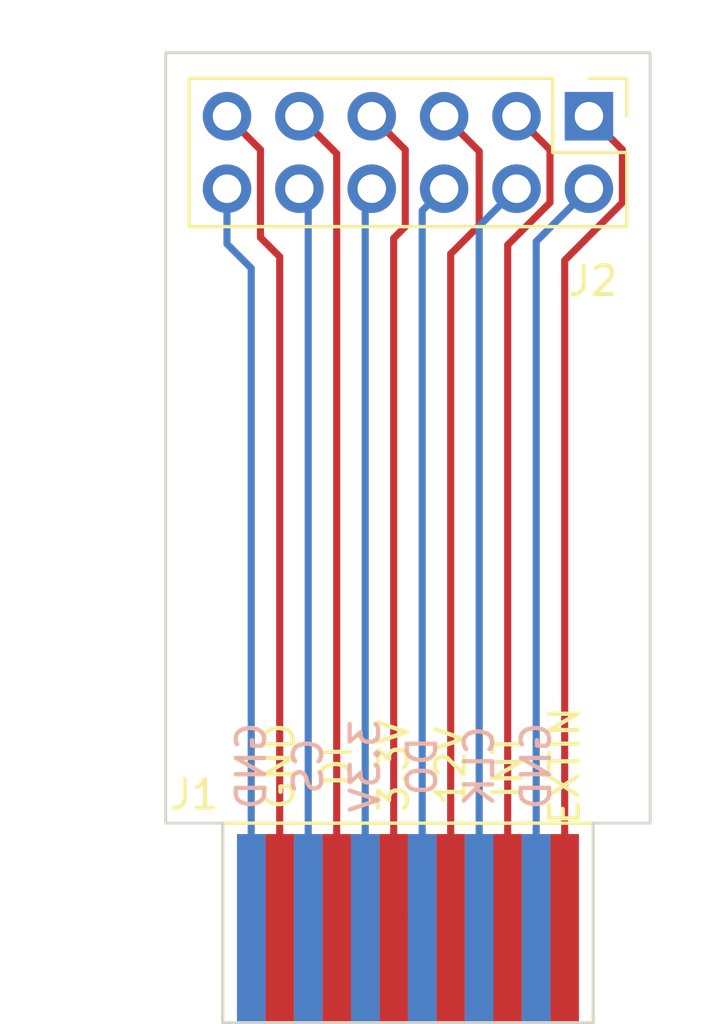
<source format=kicad_pcb>
(kicad_pcb (version 20211014) (generator pcbnew)
  (layers (0 "F.Cu" signal) (31 "B.Cu" signal) (34 "B.Paste" user) (35 "F.Paste" user) (36 "B.SilkS" user "B.Silkscreen") (37 "F.SilkS" user "F.Silkscreen") (38 "B.Mask" user) (39 "F.Mask" user) (44 "Edge.Cuts" user))
  (net 0 "")
  (net 1 "Net-(J1-Pad1)")
  (net 2 "Net-(J1-Pad2)")
  (net 3 "Net-(J1-Pad3)")
  (net 4 "Net-(J1-Pad4)")
  (net 5 "Net-(J1-Pad5)")
  (net 6 "Net-(J1-Pad6)")
  (net 7 "Net-(J1-Pad7)")
  (net 8 "Net-(J1-Pad8)")
  (net 9 "Net-(J1-Pad9)")
  (net 10 "Net-(J1-Pad10)")
  (net 11 "Net-(J1-Pad11)")
  (net 12 "Net-(J1-Pad12)")
  (footprint "GameCube:Conn_SP1" (layer "F.Cu") (at 152 62)
    (fp_text reference "J1" (at -1 -1 unlocked) (layer "F.SilkS"))
    (fp_text value "Conn_SP1")
    (fp_text user "CS" (at 3 -2 90 unlocked) (layer "B.SilkS") (effects (justify mirror)))
    (fp_text user "DO" (at 7 -2 90 unlocked) (layer "B.SilkS") (effects (justify mirror)))
    (fp_text user "CLK" (at 9 -2 90 unlocked) (layer "B.SilkS") (effects (justify mirror)))
    (fp_text user "GND" (at 1 -2 90 unlocked) (layer "B.SilkS") (effects (justify mirror)))
    (fp_text user "GND" (at 11 -2 90 unlocked) (layer "B.SilkS") (effects (justify mirror)))
    (fp_text user "3.3V" (at 5 -2 90 unlocked) (layer "B.SilkS") (effects (justify mirror)))
    (fp_text user "12V" (at 8 -2 90 unlocked) (layer "F.SilkS"))
    (fp_text user "GND" (at 2 -2 90 unlocked) (layer "F.SilkS"))
    (fp_text user "3.3V" (at 6 -2 90 unlocked) (layer "F.SilkS"))
    (fp_text user "EXTIN" (at 12 -2 90 unlocked) (layer "F.SilkS"))
    (fp_text user "DI" (at 4 -2 90 unlocked) (layer "F.SilkS"))
    (fp_text user "INT" (at 10 -2 90 unlocked) (layer "F.SilkS"))
    (fp_rect (start 0 0) (end 13 7) (layer "F.SilkS") (width 0.12) (fill none))
    (pad "1" smd rect (at 12 3.683 90) (size 6.6 1) (layers "F.Cu" "F.Paste" "F.Mask") (net 1 "Net-(J1-Pad1)"))
    (pad "2" smd rect (at 11 3.683 90) (size 6.6 1) (layers "B.Cu" "B.Paste" "B.Mask") (net 2 "Net-(J1-Pad2)"))
    (pad "3" smd rect (at 10 3.683 90) (size 6.6 1) (layers "F.Cu" "F.Paste" "F.Mask") (net 3 "Net-(J1-Pad3)"))
    (pad "4" smd rect (at 9 3.683 90) (size 6.6 1) (layers "B.Cu" "B.Paste" "B.Mask") (net 4 "Net-(J1-Pad4)"))
    (pad "5" smd rect (at 8 3.683 90) (size 6.6 1) (layers "F.Cu" "F.Paste" "F.Mask") (net 5 "Net-(J1-Pad5)"))
    (pad "6" smd rect (at 7 3.683 90) (size 6.6 1) (layers "B.Cu" "B.Paste" "B.Mask") (net 6 "Net-(J1-Pad6)"))
    (pad "7" smd rect (at 6 3.683 90) (size 6.6 1) (layers "F.Cu" "F.Paste" "F.Mask") (net 7 "Net-(J1-Pad7)"))
    (pad "8" smd rect (at 5 3.683 90) (size 6.6 1) (layers "B.Cu" "B.Paste" "B.Mask") (net 8 "Net-(J1-Pad8)"))
    (pad "9" smd rect (at 4 3.683 90) (size 6.6 1) (layers "F.Cu" "F.Paste" "F.Mask") (net 9 "Net-(J1-Pad9)"))
    (pad "10" smd rect (at 3 3.683 90) (size 6.6 1) (layers "B.Cu" "B.Paste" "B.Mask") (net 10 "Net-(J1-Pad10)"))
    (pad "11" smd rect (at 2 3.683 90) (size 6.6 1) (layers "F.Cu" "F.Paste" "F.Mask") (net 11 "Net-(J1-Pad11)"))
    (pad "12" smd rect (at 1 3.683 90) (size 6.6 1) (layers "B.Cu" "B.Paste" "B.Mask") (net 12 "Net-(J1-Pad12)"))
  )
  (footprint "Connector_PinHeader_2.54mm:PinHeader_2x06_P2.54mm_Vertical" (layer "F.Cu") (at 164.85 37.225 -90)
    (fp_text reference "J2" (at 5.775 -0.15 180) (layer "F.SilkS"))
    (fp_text value "Conn_01x12")
    (fp_line (start -1.33 1.27) (end 1.27 1.27) (layer "F.SilkS") (width 0.12))
    (fp_line (start 3.87 -1.33) (end 3.87 14.03) (layer "F.SilkS") (width 0.12))
    (fp_line (start 1.27 1.27) (end 1.27 -1.33) (layer "F.SilkS") (width 0.12))
    (fp_line (start -1.33 14.03) (end 3.87 14.03) (layer "F.SilkS") (width 0.12))
    (fp_line (start -1.33 -1.33) (end 0 -1.33) (layer "F.SilkS") (width 0.12))
    (fp_line (start 1.27 -1.33) (end 3.87 -1.33) (layer "F.SilkS") (width 0.12))
    (fp_line (start -1.33 0) (end -1.33 -1.33) (layer "F.SilkS") (width 0.12))
    (fp_line (start -1.33 1.27) (end -1.33 14.03) (layer "F.SilkS") (width 0.12))
    (pad "1" thru_hole rect locked (at 0 0 270) (size 1.7 1.7) (drill 1) (layers *.Cu *.Mask) (net 1 "Net-(J1-Pad1)"))
    (pad "2" thru_hole oval locked (at 2.54 0 270) (size 1.7 1.7) (drill 1) (layers *.Cu *.Mask) (net 2 "Net-(J1-Pad2)"))
    (pad "3" thru_hole oval locked (at 0 2.54 270) (size 1.7 1.7) (drill 1) (layers *.Cu *.Mask) (net 3 "Net-(J1-Pad3)"))
    (pad "4" thru_hole oval locked (at 2.54 2.54 270) (size 1.7 1.7) (drill 1) (layers *.Cu *.Mask) (net 4 "Net-(J1-Pad4)"))
    (pad "5" thru_hole oval locked (at 0 5.08 270) (size 1.7 1.7) (drill 1) (layers *.Cu *.Mask) (net 5 "Net-(J1-Pad5)"))
    (pad "6" thru_hole oval locked (at 2.54 5.08 270) (size 1.7 1.7) (drill 1) (layers *.Cu *.Mask) (net 6 "Net-(J1-Pad6)"))
    (pad "7" thru_hole oval locked (at 0 7.62 270) (size 1.7 1.7) (drill 1) (layers *.Cu *.Mask) (net 7 "Net-(J1-Pad7)"))
    (pad "8" thru_hole oval locked (at 2.54 7.62 270) (size 1.7 1.7) (drill 1) (layers *.Cu *.Mask) (net 8 "Net-(J1-Pad8)"))
    (pad "9" thru_hole oval locked (at 0 10.16 270) (size 1.7 1.7) (drill 1) (layers *.Cu *.Mask) (net 9 "Net-(J1-Pad9)"))
    (pad "10" thru_hole oval locked (at 2.54 10.16 270) (size 1.7 1.7) (drill 1) (layers *.Cu *.Mask) (net 10 "Net-(J1-Pad10)"))
    (pad "11" thru_hole oval locked (at 0 12.7 270) (size 1.7 1.7) (drill 1) (layers *.Cu *.Mask) (net 11 "Net-(J1-Pad11)"))
    (pad "12" thru_hole oval locked (at 2.54 12.7 270) (size 1.7 1.7) (drill 1) (layers *.Cu *.Mask) (net 12 "Net-(J1-Pad12)"))
  )
  (gr_poly (pts (xy 167 62) (xy 165 62) (xy 165 69) (xy 152 69) (xy 152 62) (xy 150 62) (xy 150 35) (xy 167 35)) (layer "Edge.Cuts") (width 0.1) (fill none))
  (segment (start 164 65.683) (end 164 42.27601) (width 0.25) (layer "F.Cu") (net 1))
  (segment (start 166.024511 40.251499) (end 166.024511 38.399511) (width 0.25) (layer "F.Cu") (net 1))
  (segment (start 166.024511 38.399511) (end 164.85 37.225) (width 0.25) (layer "F.Cu") (net 1))
  (segment (start 164 42.27601) (end 166.024511 40.251499) (width 0.25) (layer "F.Cu") (net 1))
  (segment (start 163 41.615) (end 164.85 39.765) (width 0.25) (layer "B.Cu") (net 2))
  (segment (start 163 65.683) (end 163 41.615) (width 0.25) (layer "B.Cu") (net 2))
  (segment (start 163.484511 38.399511) (end 162.31 37.225) (width 0.25) (layer "F.Cu") (net 3))
  (segment (start 163.484511 40.251499) (end 163.484511 38.399511) (width 0.25) (layer "F.Cu") (net 3))
  (segment (start 162 41.73601) (end 163.484511 40.251499) (width 0.25) (layer "F.Cu") (net 3))
  (segment (start 162 65.683) (end 162 41.73601) (width 0.25) (layer "F.Cu") (net 3))
  (segment (start 161 41.075) (end 162.31 39.765) (width 0.25) (layer "B.Cu") (net 4))
  (segment (start 161 65.683) (end 161 41.075) (width 0.25) (layer "B.Cu") (net 4))
  (segment (start 160 42.05) (end 161 41.05) (width 0.25) (layer "F.Cu") (net 5))
  (segment (start 161 41.05) (end 161 38.455) (width 0.25) (layer "F.Cu") (net 5))
  (segment (start 160 65.683) (end 160 42.05) (width 0.25) (layer "F.Cu") (net 5))
  (segment (start 161 38.455) (end 159.77 37.225) (width 0.25) (layer "F.Cu") (net 5))
  (segment (start 159 40.535) (end 159.77 39.765) (width 0.25) (layer "B.Cu") (net 6))
  (segment (start 159 65.683) (end 159 40.535) (width 0.25) (layer "B.Cu") (net 6))
  (segment (start 158.404511 41.095489) (end 158.404511 38.399511) (width 0.25) (layer "F.Cu") (net 7))
  (segment (start 158 65.683) (end 158.404511 65.278489) (width 0.25) (layer "F.Cu") (net 7))
  (segment (start 158.404511 38.399511) (end 157.23 37.225) (width 0.25) (layer "F.Cu") (net 7))
  (segment (start 158 65.683) (end 158 41.5) (width 0.25) (layer "F.Cu") (net 7))
  (segment (start 158 41.5) (end 158.404511 41.095489) (width 0.25) (layer "F.Cu") (net 7))
  (segment (start 157 39.995) (end 157.23 39.765) (width 0.25) (layer "B.Cu") (net 8))
  (segment (start 157 65.683) (end 157 39.995) (width 0.25) (layer "B.Cu") (net 8))
  (segment (start 156 65.683) (end 156 38.535) (width 0.25) (layer "F.Cu") (net 9))
  (segment (start 156 38.535) (end 154.69 37.225) (width 0.25) (layer "F.Cu") (net 9))
  (segment (start 155 40.075) (end 154.69 39.765) (width 0.25) (layer "B.Cu") (net 10))
  (segment (start 155 65.683) (end 155 40.075) (width 0.25) (layer "B.Cu") (net 10))
  (segment (start 154 42.15) (end 153.324511 41.474511) (width 0.25) (layer "F.Cu") (net 11))
  (segment (start 154 65.683) (end 154 42.15) (width 0.25) (layer "F.Cu") (net 11))
  (segment (start 153.324511 41.474511) (end 153.324511 38.399511) (width 0.25) (layer "F.Cu") (net 11))
  (segment (start 153.324511 38.399511) (end 152.15 37.225) (width 0.25) (layer "F.Cu") (net 11))
  (segment (start 153 42.55) (end 152.15 41.7) (width 0.25) (layer "B.Cu") (net 12))
  (segment (start 152.15 39.765) (end 152.15 41.7) (width 0.25) (layer "B.Cu") (net 12))
  (segment (start 153 65.683) (end 153 42.55) (width 0.25) (layer "B.Cu") (net 12))
)
</source>
